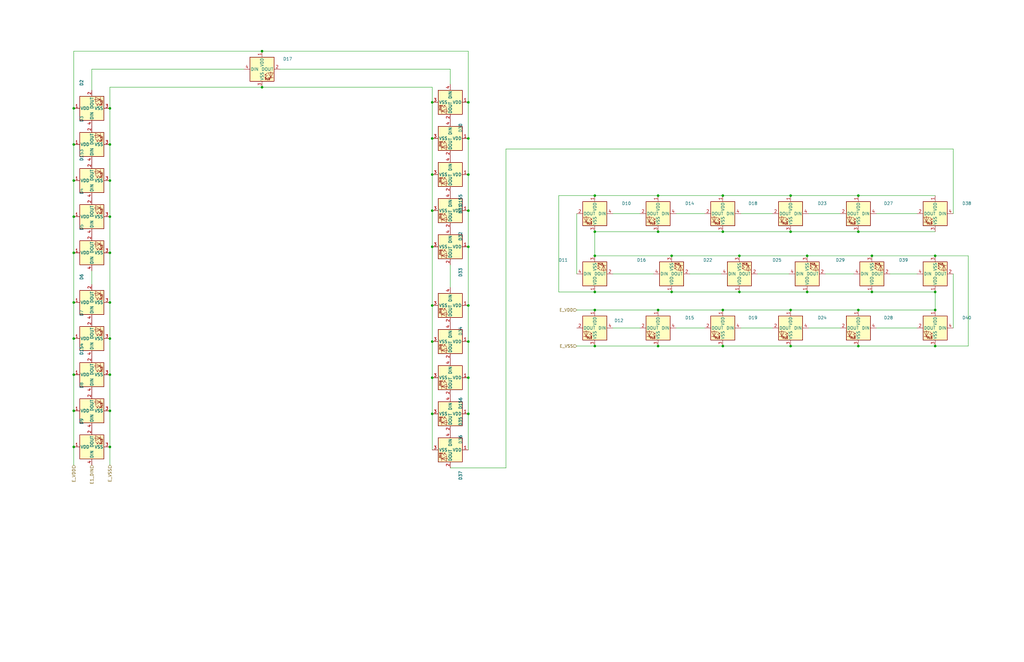
<source format=kicad_sch>
(kicad_sch (version 20211123) (generator eeschema)
  (paper "B")
  (lib_symbols
    (symbol "LED:WS2812B" (pin_names (offset 0.254))
      (property "Reference" "D" (at 5.08 5.715 0))
      (property "Value" "WS2812B" (at 1.27 -5.715 0))
      (symbol "WS2812B_0_0"
        (text "RGB" (at 2.286 -4.191 0) (effects (font (size 0.762 0.762))))
      )
      (symbol "WS2812B_0_1"
        (polyline (pts (xy 1.27 -3.556) (xy 1.778 -3.556)))
        (polyline (pts (xy 1.27 -2.54) (xy 1.778 -2.54)))
        (polyline (pts (xy 4.699 -3.556) (xy 2.667 -3.556)))
        (polyline (pts (xy 2.286 -2.54) (xy 1.27 -3.556) (xy 1.27 -3.048)))
        (polyline (pts (xy 2.286 -1.524) (xy 1.27 -2.54) (xy 1.27 -2.032)))
        (polyline (pts (xy 3.683 -1.016) (xy 3.683 -3.556) (xy 3.683 -4.064)))
        (polyline (pts (xy 4.699 -1.524) (xy 2.667 -1.524) (xy 3.683 -3.556) (xy 4.699 -1.524)))
        (rectangle (start 5.08 5.08) (end -5.08 -5.08) (stroke (width 0.254)) (fill (type background)))
      )
      (symbol "WS2812B_1_1"
        (pin power_in line (at 0 7.62 270) (length 2.54) (name "VDD") (number "1"))
        (pin output line (at 7.62 0 180) (length 2.54) (name "DOUT") (number "2"))
        (pin power_in line (at 0 -7.62 90) (length 2.54) (name "VSS") (number "3"))
        (pin input line (at -7.62 0 0) (length 2.54) (name "DIN") (number "4"))
      )
    )
  )
  (junction (at 31.115 158.115))
  (junction (at 31.115 188.595))
  (junction (at 304.8 97.79))
  (junction (at 304.8 82.55))
  (junction (at 197.485 88.9))
  (junction (at 182.245 144.145))
  (junction (at 394.335 107.95))
  (junction (at 361.95 146.05))
  (junction (at 250.825 82.55))
  (junction (at 182.245 58.42))
  (junction (at 304.8 146.05))
  (junction (at 110.49 36.83))
  (junction (at 182.245 159.385))
  (junction (at 283.21 123.19))
  (junction (at 31.115 60.96))
  (junction (at 31.115 91.44))
  (junction (at 250.825 107.95))
  (junction (at 367.665 123.19))
  (junction (at 46.355 91.44))
  (junction (at 197.485 144.145))
  (junction (at 31.115 142.875))
  (junction (at 182.245 88.9))
  (junction (at 361.95 82.55))
  (junction (at 182.245 43.18))
  (junction (at 46.355 158.115))
  (junction (at 197.485 43.18))
  (junction (at 277.495 146.05))
  (junction (at 182.245 174.625))
  (junction (at 197.485 159.385))
  (junction (at 394.335 130.81))
  (junction (at 31.115 173.355))
  (junction (at 31.115 127.635))
  (junction (at 394.335 146.05))
  (junction (at 197.485 58.42))
  (junction (at 250.825 146.05))
  (junction (at 333.375 146.05))
  (junction (at 182.245 73.66))
  (junction (at 46.355 76.2))
  (junction (at 31.115 45.72))
  (junction (at 250.825 123.19))
  (junction (at 31.115 106.68))
  (junction (at 182.245 128.905))
  (junction (at 361.95 97.79))
  (junction (at 367.665 107.95))
  (junction (at 31.115 76.2))
  (junction (at 311.785 107.95))
  (junction (at 277.495 130.81))
  (junction (at 333.375 97.79))
  (junction (at 110.49 21.59))
  (junction (at 304.8 130.81))
  (junction (at 250.825 97.79))
  (junction (at 394.335 123.19))
  (junction (at 277.495 97.79))
  (junction (at 46.355 106.68))
  (junction (at 197.485 174.625))
  (junction (at 340.36 123.19))
  (junction (at 46.355 188.595))
  (junction (at 340.36 107.95))
  (junction (at 197.485 128.905))
  (junction (at 197.485 104.14))
  (junction (at 283.21 107.95))
  (junction (at 46.355 127.635))
  (junction (at 311.785 123.19))
  (junction (at 182.245 104.14))
  (junction (at 197.485 73.66))
  (junction (at 46.355 173.355))
  (junction (at 250.825 130.81))
  (junction (at 333.375 130.81))
  (junction (at 361.95 130.81))
  (junction (at 46.355 60.96))
  (junction (at 46.355 45.72))
  (junction (at 333.375 82.55))
  (junction (at 277.495 82.55))
  (junction (at 46.355 142.875))
  (wire (pts (xy 361.95 82.55) (xy 333.375 82.55)))
  (wire (pts (xy 235.585 123.19) (xy 235.585 82.55)))
  (wire (pts (xy 31.115 106.68) (xy 31.115 127.635)))
  (wire (pts (xy 182.245 43.18) (xy 182.245 58.42)))
  (wire (pts (xy 304.8 97.79) (xy 277.495 97.79)))
  (wire (pts (xy 197.485 43.18) (xy 197.485 58.42)))
  (wire (pts (xy 46.355 36.83) (xy 110.49 36.83)))
  (wire (pts (xy 46.355 36.83) (xy 46.355 45.72)))
  (wire (pts (xy 401.955 115.57) (xy 401.955 138.43)))
  (wire (pts (xy 394.335 130.81) (xy 361.95 130.81)))
  (wire (pts (xy 46.355 106.68) (xy 46.355 127.635)))
  (wire (pts (xy 333.375 146.05) (xy 304.8 146.05)))
  (wire (pts (xy 250.825 107.95) (xy 283.21 107.95)))
  (wire (pts (xy 46.355 188.595) (xy 46.355 173.355)))
  (wire (pts (xy 297.18 138.43) (xy 285.115 138.43)))
  (wire (pts (xy 367.665 123.19) (xy 394.335 123.19)))
  (wire (pts (xy 197.485 159.385) (xy 197.485 174.625)))
  (wire (pts (xy 269.875 138.43) (xy 258.445 138.43)))
  (wire (pts (xy 367.665 107.95) (xy 394.335 107.95)))
  (wire (pts (xy 31.115 142.875) (xy 31.115 127.635)))
  (wire (pts (xy 277.495 146.05) (xy 250.825 146.05)))
  (wire (pts (xy 243.205 146.05) (xy 250.825 146.05)))
  (wire (pts (xy 297.18 90.17) (xy 285.115 90.17)))
  (wire (pts (xy 250.825 123.19) (xy 283.21 123.19)))
  (wire (pts (xy 46.355 76.2) (xy 46.355 91.44)))
  (wire (pts (xy 333.375 130.81) (xy 304.8 130.81)))
  (wire (pts (xy 197.485 73.66) (xy 197.485 88.9)))
  (wire (pts (xy 46.355 60.96) (xy 46.355 76.2)))
  (wire (pts (xy 333.375 82.55) (xy 304.8 82.55)))
  (wire (pts (xy 189.865 29.21) (xy 189.865 35.56)))
  (wire (pts (xy 401.955 62.865) (xy 401.955 90.17)))
  (wire (pts (xy 182.245 58.42) (xy 182.245 73.66)))
  (wire (pts (xy 304.8 82.55) (xy 277.495 82.55)))
  (wire (pts (xy 394.335 146.05) (xy 408.305 146.05)))
  (wire (pts (xy 182.245 36.83) (xy 182.245 43.18)))
  (wire (pts (xy 197.485 58.42) (xy 197.485 73.66)))
  (wire (pts (xy 46.355 158.115) (xy 46.355 173.355)))
  (wire (pts (xy 408.305 146.05) (xy 408.305 107.95)))
  (wire (pts (xy 354.33 90.17) (xy 340.995 90.17)))
  (wire (pts (xy 340.36 107.95) (xy 367.665 107.95)))
  (wire (pts (xy 197.485 88.9) (xy 197.485 104.14)))
  (wire (pts (xy 243.205 90.17) (xy 243.205 115.57)))
  (wire (pts (xy 361.95 97.79) (xy 333.375 97.79)))
  (wire (pts (xy 46.355 60.96) (xy 46.355 45.72)))
  (wire (pts (xy 31.115 142.875) (xy 31.115 158.115)))
  (wire (pts (xy 235.585 82.55) (xy 250.825 82.55)))
  (wire (pts (xy 31.115 60.96) (xy 31.115 76.2)))
  (wire (pts (xy 31.115 76.2) (xy 31.115 91.44)))
  (wire (pts (xy 304.8 130.81) (xy 277.495 130.81)))
  (wire (pts (xy 394.335 123.19) (xy 394.335 130.81)))
  (wire (pts (xy 277.495 97.79) (xy 250.825 97.79)))
  (wire (pts (xy 46.355 142.875) (xy 46.355 127.635)))
  (wire (pts (xy 197.485 104.14) (xy 197.485 128.905)))
  (wire (pts (xy 386.715 138.43) (xy 369.57 138.43)))
  (wire (pts (xy 118.11 29.21) (xy 189.865 29.21)))
  (wire (pts (xy 31.115 188.595) (xy 31.115 173.355)))
  (wire (pts (xy 269.875 90.17) (xy 258.445 90.17)))
  (wire (pts (xy 325.755 138.43) (xy 312.42 138.43)))
  (wire (pts (xy 386.715 90.17) (xy 369.57 90.17)))
  (wire (pts (xy 277.495 130.81) (xy 250.825 130.81)))
  (wire (pts (xy 311.785 123.19) (xy 340.36 123.19)))
  (wire (pts (xy 304.8 146.05) (xy 277.495 146.05)))
  (wire (pts (xy 46.355 188.595) (xy 46.355 196.215)))
  (wire (pts (xy 213.36 197.485) (xy 213.36 62.865)))
  (wire (pts (xy 197.485 128.905) (xy 197.485 144.145)))
  (wire (pts (xy 250.825 97.79) (xy 250.825 107.95)))
  (wire (pts (xy 182.245 104.14) (xy 182.245 128.905)))
  (wire (pts (xy 110.49 36.83) (xy 182.245 36.83)))
  (wire (pts (xy 182.245 144.145) (xy 182.245 159.385)))
  (wire (pts (xy 182.245 73.66) (xy 182.245 88.9)))
  (wire (pts (xy 189.865 197.485) (xy 213.36 197.485)))
  (wire (pts (xy 197.485 174.625) (xy 197.485 189.865)))
  (wire (pts (xy 394.335 97.79) (xy 361.95 97.79)))
  (wire (pts (xy 38.735 114.3) (xy 38.735 120.015)))
  (wire (pts (xy 197.485 43.18) (xy 197.485 21.59)))
  (wire (pts (xy 394.335 146.05) (xy 361.95 146.05)))
  (wire (pts (xy 182.245 174.625) (xy 182.245 189.865)))
  (wire (pts (xy 189.865 111.76) (xy 189.865 121.285)))
  (wire (pts (xy 347.98 115.57) (xy 360.045 115.57)))
  (wire (pts (xy 290.83 115.57) (xy 304.165 115.57)))
  (wire (pts (xy 354.33 138.43) (xy 340.995 138.43)))
  (wire (pts (xy 250.825 123.19) (xy 235.585 123.19)))
  (wire (pts (xy 283.21 107.95) (xy 311.785 107.95)))
  (wire (pts (xy 31.115 106.68) (xy 31.115 91.44)))
  (wire (pts (xy 213.36 62.865) (xy 401.955 62.865)))
  (wire (pts (xy 243.205 130.81) (xy 250.825 130.81)))
  (wire (pts (xy 333.375 97.79) (xy 304.8 97.79)))
  (wire (pts (xy 31.115 21.59) (xy 31.115 45.72)))
  (wire (pts (xy 408.305 107.95) (xy 394.335 107.95)))
  (wire (pts (xy 38.735 29.21) (xy 102.87 29.21)))
  (wire (pts (xy 110.49 21.59) (xy 197.485 21.59)))
  (wire (pts (xy 394.335 82.55) (xy 361.95 82.55)))
  (wire (pts (xy 375.285 115.57) (xy 386.715 115.57)))
  (wire (pts (xy 361.95 146.05) (xy 333.375 146.05)))
  (wire (pts (xy 31.115 188.595) (xy 31.115 196.215)))
  (wire (pts (xy 283.21 123.19) (xy 311.785 123.19)))
  (wire (pts (xy 258.445 115.57) (xy 275.59 115.57)))
  (wire (pts (xy 31.115 158.115) (xy 31.115 173.355)))
  (wire (pts (xy 182.245 159.385) (xy 182.245 174.625)))
  (wire (pts (xy 361.95 130.81) (xy 333.375 130.81)))
  (wire (pts (xy 340.36 123.19) (xy 367.665 123.19)))
  (wire (pts (xy 277.495 82.55) (xy 250.825 82.55)))
  (wire (pts (xy 197.485 144.145) (xy 197.485 159.385)))
  (wire (pts (xy 38.735 38.1) (xy 38.735 29.21)))
  (wire (pts (xy 319.405 115.57) (xy 332.74 115.57)))
  (wire (pts (xy 325.755 90.17) (xy 312.42 90.17)))
  (wire (pts (xy 31.115 60.96) (xy 31.115 45.72)))
  (wire (pts (xy 182.245 128.905) (xy 182.245 144.145)))
  (wire (pts (xy 182.245 88.9) (xy 182.245 104.14)))
  (wire (pts (xy 31.115 21.59) (xy 110.49 21.59)))
  (wire (pts (xy 311.785 107.95) (xy 340.36 107.95)))
  (wire (pts (xy 46.355 106.68) (xy 46.355 91.44)))
  (wire (pts (xy 46.355 142.875) (xy 46.355 158.115)))
  (hierarchical_label "E_VDD" (shape input) (at 243.205 130.81 180))
  (hierarchical_label "E_VDD" (shape input) (at 31.115 196.215 270))
  (hierarchical_label "E_VSS" (shape input) (at 46.355 196.215 270))
  (hierarchical_label "E1_DIN" (shape input) (at 38.735 196.215 270))
  (hierarchical_label "E_VSS" (shape input) (at 243.205 146.05 180))
  (symbol (lib_id "LED:WS2812B") (at 394.335 90.17 0) (mirror y) (unit 1)
    (property "Reference" "D38" (at 407.67 85.8393 0))
    (property "Datasheet" "https://cdn-shop.adafruit.com/datasheets/WS2812B.pdf" (effects hide))
    (property "Website" "https://www.lcsc.com/product-detail/RGB-LEDs-Built-in-IC_XINGLIGHT-XL-5050RGBC-WS2812B-S_C22461793.html" (effects hide))
    (property "Part Number" "XL-5050RGBC-WS2812B-S" (effects hide))
    (property "Vendor" "LCSC" (effects hide))
    (property "Price" ".0228" (effects hide))
    (property "Package" "SMD-4P, 5x5mm" (effects hide))
  )
  (symbol (lib_id "LED:WS2812B") (at 394.335 138.43 0) (mirror y) (unit 1)
    (property "Reference" "D40" (at 407.67 134.0993 0))
    (property "Datasheet" "https://cdn-shop.adafruit.com/datasheets/WS2812B.pdf" (effects hide))
    (property "Website" "https://www.lcsc.com/product-detail/RGB-LEDs-Built-in-IC_XINGLIGHT-XL-5050RGBC-WS2812B-S_C22461793.html" (effects hide))
    (property "Part Number" "XL-5050RGBC-WS2812B-S" (effects hide))
    (property "Vendor" "LCSC" (effects hide))
    (property "Price" ".0228" (effects hide))
    (property "Package" "SMD-4P, 5x5mm" (effects hide))
  )
  (symbol (lib_id "LED:WS2812B") (at 189.865 174.625 270) (unit 1)
    (property "Reference" "D36" (at 194.1957 185.42 0))
    (property "Datasheet" "https://cdn-shop.adafruit.com/datasheets/WS2812B.pdf" (effects hide))
    (property "Website" "https://www.lcsc.com/product-detail/RGB-LEDs-Built-in-IC_XINGLIGHT-XL-5050RGBC-WS2812B-S_C22461793.html" (effects hide))
    (property "Part Number" "XL-5050RGBC-WS2812B-S" (effects hide))
    (property "Vendor" "LCSC" (effects hide))
    (property "Price" ".0228" (effects hide))
    (property "Package" "SMD-4P, 5x5mm" (effects hide))
  )
  (symbol (lib_id "LED:WS2812B") (at 38.735 45.72 90) (unit 1)
    (property "Reference" "D2" (at 34.4043 34.925 0))
    (property "Datasheet" "https://cdn-shop.adafruit.com/datasheets/WS2812B.pdf" (effects hide))
    (property "Website" "https://www.lcsc.com/product-detail/RGB-LEDs-Built-in-IC_XINGLIGHT-XL-5050RGBC-WS2812B-S_C22461793.html" (effects hide))
    (property "Part Number" "XL-5050RGBC-WS2812B-S" (effects hide))
    (property "Vendor" "LCSC" (effects hide))
    (property "Price" ".0228" (effects hide))
    (property "Package" "SMD-4P, 5x5mm" (effects hide))
  )
  (symbol (lib_id "LED:WS2812B") (at 394.335 115.57 0) (mirror x) (unit 1)
    (property "Reference" "D39" (at 381 109.7405 0))
    (property "Datasheet" "https://cdn-shop.adafruit.com/datasheets/WS2812B.pdf" (effects hide))
    (property "Website" "https://www.lcsc.com/product-detail/RGB-LEDs-Built-in-IC_XINGLIGHT-XL-5050RGBC-WS2812B-S_C22461793.html" (effects hide))
    (property "Part Number" "XL-5050RGBC-WS2812B-S" (effects hide))
    (property "Vendor" "LCSC" (effects hide))
    (property "Price" ".0228" (effects hide))
    (property "Package" "SMD-4P, 5x5mm" (effects hide))
  )
  (symbol (lib_id "LED:WS2812B") (at 38.735 60.96 90) (unit 1)
    (property "Reference" "D3" (at 34.4043 50.165 0))
    (property "Datasheet" "https://cdn-shop.adafruit.com/datasheets/WS2812B.pdf" (effects hide))
    (property "Website" "https://www.lcsc.com/product-detail/RGB-LEDs-Built-in-IC_XINGLIGHT-XL-5050RGBC-WS2812B-S_C22461793.html" (effects hide))
    (property "Part Number" "XL-5050RGBC-WS2812B-S" (effects hide))
    (property "Vendor" "LCSC" (effects hide))
    (property "Price" ".0228" (effects hide))
    (property "Package" "SMD-4P, 5x5mm" (effects hide))
  )
  (symbol (lib_id "LED:WS2812B") (at 333.375 138.43 0) (mirror y) (unit 1)
    (property "Reference" "D24" (at 346.71 134.0993 0))
    (property "Datasheet" "https://cdn-shop.adafruit.com/datasheets/WS2812B.pdf" (effects hide))
    (property "Website" "https://www.lcsc.com/product-detail/RGB-LEDs-Built-in-IC_XINGLIGHT-XL-5050RGBC-WS2812B-S_C22461793.html" (effects hide))
    (property "Part Number" "XL-5050RGBC-WS2812B-S" (effects hide))
    (property "Vendor" "LCSC" (effects hide))
    (property "Price" ".0228" (effects hide))
    (property "Package" "SMD-4P, 5x5mm" (effects hide))
  )
  (symbol (lib_id "LED:WS2812B") (at 277.495 90.17 0) (mirror y) (unit 1)
    (property "Reference" "D14" (at 290.83 85.8393 0))
    (property "Datasheet" "https://cdn-shop.adafruit.com/datasheets/WS2812B.pdf" (effects hide))
    (property "Website" "https://www.lcsc.com/product-detail/RGB-LEDs-Built-in-IC_XINGLIGHT-XL-5050RGBC-WS2812B-S_C22461793.html" (effects hide))
    (property "Part Number" "XL-5050RGBC-WS2812B-S" (effects hide))
    (property "Vendor" "LCSC" (effects hide))
    (property "Price" ".0228" (effects hide))
    (property "Package" "SMD-4P, 5x5mm" (effects hide))
  )
  (symbol (lib_id "LED:WS2812B") (at 38.735 173.355 90) (unit 1)
    (property "Reference" "D8" (at 34.4043 162.56 0))
    (property "Datasheet" "https://cdn-shop.adafruit.com/datasheets/WS2812B.pdf" (effects hide))
    (property "Website" "https://www.lcsc.com/product-detail/RGB-LEDs-Built-in-IC_XINGLIGHT-XL-5050RGBC-WS2812B-S_C22461793.html" (effects hide))
    (property "Part Number" "XL-5050RGBC-WS2812B-S" (effects hide))
    (property "Vendor" "LCSC" (effects hide))
    (property "Price" ".0228" (effects hide))
    (property "Package" "SMD-4P, 5x5mm" (effects hide))
  )
  (symbol (lib_id "LED:WS2812B") (at 38.735 142.875 90) (unit 1)
    (property "Reference" "D7" (at 34.4043 132.08 0))
    (property "Datasheet" "https://cdn-shop.adafruit.com/datasheets/WS2812B.pdf" (effects hide))
    (property "Website" "https://www.lcsc.com/product-detail/RGB-LEDs-Built-in-IC_XINGLIGHT-XL-5050RGBC-WS2812B-S_C22461793.html" (effects hide))
    (property "Part Number" "XL-5050RGBC-WS2812B-S" (effects hide))
    (property "Vendor" "LCSC" (effects hide))
    (property "Price" ".0228" (effects hide))
    (property "Package" "SMD-4P, 5x5mm" (effects hide))
  )
  (symbol (lib_id "LED:WS2812B") (at 311.785 115.57 0) (mirror x) (unit 1)
    (property "Reference" "D22" (at 298.45 109.7405 0))
    (property "Datasheet" "https://cdn-shop.adafruit.com/datasheets/WS2812B.pdf" (effects hide))
    (property "Website" "https://www.lcsc.com/product-detail/RGB-LEDs-Built-in-IC_XINGLIGHT-XL-5050RGBC-WS2812B-S_C22461793.html" (effects hide))
    (property "Part Number" "XL-5050RGBC-WS2812B-S" (effects hide))
    (property "Vendor" "LCSC" (effects hide))
    (property "Price" ".0228" (effects hide))
    (property "Package" "SMD-4P, 5x5mm" (effects hide))
  )
  (symbol (lib_id "LED:WS2812B") (at 189.865 144.145 270) (unit 1)
    (property "Reference" "D35" (at 194.1957 177.8 0))
    (property "Datasheet" "https://cdn-shop.adafruit.com/datasheets/WS2812B.pdf" (effects hide))
    (property "Website" "https://www.lcsc.com/product-detail/RGB-LEDs-Built-in-IC_XINGLIGHT-XL-5050RGBC-WS2812B-S_C22461793.html" (effects hide))
    (property "Part Number" "XL-5050RGBC-WS2812B-S" (effects hide))
    (property "Vendor" "LCSC" (effects hide))
    (property "Price" ".0228" (effects hide))
    (property "Package" "SMD-4P, 5x5mm" (effects hide))
  )
  (symbol (lib_id "LED:WS2812B") (at 38.735 106.68 90) (unit 1)
    (property "Reference" "D5" (at 34.4043 95.885 0))
    (property "Datasheet" "https://cdn-shop.adafruit.com/datasheets/WS2812B.pdf" (effects hide))
    (property "Website" "https://www.lcsc.com/product-detail/RGB-LEDs-Built-in-IC_XINGLIGHT-XL-5050RGBC-WS2812B-S_C22461793.html" (effects hide))
    (property "Part Number" "XL-5050RGBC-WS2812B-S" (effects hide))
    (property "Vendor" "LCSC" (effects hide))
    (property "Price" ".0228" (effects hide))
    (property "Package" "SMD-4P, 5x5mm" (effects hide))
  )
  (symbol (lib_id "LED:WS2812B") (at 189.865 73.66 270) (unit 1)
    (property "Reference" "D155" (at 194.1957 84.455 0))
    (property "Datasheet" "https://cdn-shop.adafruit.com/datasheets/WS2812B.pdf" (effects hide))
    (property "Website" "https://www.lcsc.com/product-detail/RGB-LEDs-Built-in-IC_XINGLIGHT-XL-5050RGBC-WS2812B-S_C22461793.html" (effects hide))
    (property "Part Number" "XL-5050RGBC-WS2812B-S" (effects hide))
    (property "Vendor" "LCSC" (effects hide))
    (property "Price" ".0228" (effects hide))
    (property "Package" "SMD-4P, 5x5mm" (effects hide))
  )
  (symbol (lib_id "LED:WS2812B") (at 38.735 127.635 90) (unit 1)
    (property "Reference" "D6" (at 34.4043 116.84 0))
    (property "Datasheet" "https://cdn-shop.adafruit.com/datasheets/WS2812B.pdf" (effects hide))
    (property "Website" "https://www.lcsc.com/product-detail/RGB-LEDs-Built-in-IC_XINGLIGHT-XL-5050RGBC-WS2812B-S_C22461793.html" (effects hide))
    (property "Part Number" "XL-5050RGBC-WS2812B-S" (effects hide))
    (property "Vendor" "LCSC" (effects hide))
    (property "Price" ".0228" (effects hide))
    (property "Package" "SMD-4P, 5x5mm" (effects hide))
  )
  (symbol (lib_id "LED:WS2812B") (at 189.865 88.9 270) (unit 1)
    (property "Reference" "D32" (at 194.1957 99.695 0))
    (property "Datasheet" "https://cdn-shop.adafruit.com/datasheets/WS2812B.pdf" (effects hide))
    (property "Website" "https://www.lcsc.com/product-detail/RGB-LEDs-Built-in-IC_XINGLIGHT-XL-5050RGBC-WS2812B-S_C22461793.html" (effects hide))
    (property "Part Number" "XL-5050RGBC-WS2812B-S" (effects hide))
    (property "Vendor" "LCSC" (effects hide))
    (property "Price" ".0228" (effects hide))
    (property "Package" "SMD-4P, 5x5mm" (effects hide))
  )
  (symbol (lib_id "LED:WS2812B") (at 250.825 90.17 0) (mirror y) (unit 1)
    (property "Reference" "D10" (at 264.16 85.8393 0))
    (property "Datasheet" "https://cdn-shop.adafruit.com/datasheets/WS2812B.pdf" (effects hide))
    (property "Website" "https://www.lcsc.com/product-detail/RGB-LEDs-Built-in-IC_XINGLIGHT-XL-5050RGBC-WS2812B-S_C22461793.html" (effects hide))
    (property "Part Number" "XL-5050RGBC-WS2812B-S" (effects hide))
    (property "Vendor" "LCSC" (effects hide))
    (property "Price" ".0228" (effects hide))
    (property "Package" "SMD-4P, 5x5mm" (effects hide))
  )
  (symbol (lib_id "LED:WS2812B") (at 189.865 104.14 270) (unit 1)
    (property "Reference" "D33" (at 194.1957 114.935 0))
    (property "Datasheet" "https://cdn-shop.adafruit.com/datasheets/WS2812B.pdf" (effects hide))
    (property "Website" "https://www.lcsc.com/product-detail/RGB-LEDs-Built-in-IC_XINGLIGHT-XL-5050RGBC-WS2812B-S_C22461793.html" (effects hide))
    (property "Part Number" "XL-5050RGBC-WS2812B-S" (effects hide))
    (property "Vendor" "LCSC" (effects hide))
    (property "Price" ".0228" (effects hide))
    (property "Package" "SMD-4P, 5x5mm" (effects hide))
  )
  (symbol (lib_id "LED:WS2812B") (at 38.735 158.115 90) (unit 1)
    (property "Reference" "D154" (at 34.4043 147.32 0))
    (property "Datasheet" "https://cdn-shop.adafruit.com/datasheets/WS2812B.pdf" (effects hide))
    (property "Website" "https://www.lcsc.com/product-detail/RGB-LEDs-Built-in-IC_XINGLIGHT-XL-5050RGBC-WS2812B-S_C22461793.html" (effects hide))
    (property "Part Number" "XL-5050RGBC-WS2812B-S" (effects hide))
    (property "Vendor" "LCSC" (effects hide))
    (property "Price" ".0228" (effects hide))
    (property "Package" "SMD-4P, 5x5mm" (effects hide))
  )
  (symbol (lib_id "LED:WS2812B") (at 38.735 188.595 90) (unit 1)
    (property "Reference" "D9" (at 34.4043 177.8 0))
    (property "Datasheet" "https://cdn-shop.adafruit.com/datasheets/WS2812B.pdf" (effects hide))
    (property "Website" "https://www.lcsc.com/product-detail/RGB-LEDs-Built-in-IC_XINGLIGHT-XL-5050RGBC-WS2812B-S_C22461793.html" (effects hide))
    (property "Part Number" "XL-5050RGBC-WS2812B-S" (effects hide))
    (property "Vendor" "LCSC" (effects hide))
    (property "Price" ".0228" (effects hide))
    (property "Package" "SMD-4P, 5x5mm" (effects hide))
  )
  (symbol (lib_id "LED:WS2812B") (at 304.8 90.17 0) (mirror y) (unit 1)
    (property "Reference" "D18" (at 317.5 85.8393 0))
    (property "Datasheet" "https://cdn-shop.adafruit.com/datasheets/WS2812B.pdf" (effects hide))
    (property "Website" "https://www.lcsc.com/product-detail/RGB-LEDs-Built-in-IC_XINGLIGHT-XL-5050RGBC-WS2812B-S_C22461793.html" (effects hide))
    (property "Part Number" "XL-5050RGBC-WS2812B-S" (effects hide))
    (property "Vendor" "LCSC" (effects hide))
    (property "Price" ".0228" (effects hide))
    (property "Package" "SMD-4P, 5x5mm" (effects hide))
  )
  (symbol (lib_id "LED:WS2812B") (at 283.21 115.57 0) (mirror x) (unit 1)
    (property "Reference" "D16" (at 270.51 109.7405 0))
    (property "Datasheet" "https://cdn-shop.adafruit.com/datasheets/WS2812B.pdf" (effects hide))
    (property "Website" "https://www.lcsc.com/product-detail/RGB-LEDs-Built-in-IC_XINGLIGHT-XL-5050RGBC-WS2812B-S_C22461793.html" (effects hide))
    (property "Part Number" "XL-5050RGBC-WS2812B-S" (effects hide))
    (property "Vendor" "LCSC" (effects hide))
    (property "Price" ".0228" (effects hide))
    (property "Package" "SMD-4P, 5x5mm" (effects hide))
  )
  (symbol (lib_id "LED:WS2812B") (at 250.825 138.43 0) (mirror y) (unit 1)
    (property "Reference" "D12" (at 260.985 135.255 0))
    (property "Datasheet" "https://cdn-shop.adafruit.com/datasheets/WS2812B.pdf" (effects hide))
    (property "Website" "https://www.lcsc.com/product-detail/RGB-LEDs-Built-in-IC_XINGLIGHT-XL-5050RGBC-WS2812B-S_C22461793.html" (effects hide))
    (property "Part Number" "XL-5050RGBC-WS2812B-S" (effects hide))
    (property "Vendor" "LCSC" (effects hide))
    (property "Price" ".0228" (effects hide))
    (property "Package" "SMD-4P, 5x5mm" (effects hide))
  )
  (symbol (lib_id "LED:WS2812B") (at 110.49 29.21 0) (unit 1)
    (property "Reference" "D17" (at 121.285 24.8793 0))
    (property "Datasheet" "https://cdn-shop.adafruit.com/datasheets/WS2812B.pdf" (effects hide))
    (property "Website" "https://www.lcsc.com/product-detail/RGB-LEDs-Built-in-IC_XINGLIGHT-XL-5050RGBC-WS2812B-S_C22461793.html" (effects hide))
    (property "Part Number" "XL-5050RGBC-WS2812B-S" (effects hide))
    (property "Vendor" "LCSC" (effects hide))
    (property "Price" ".0228" (effects hide))
    (property "Package" "SMD-4P, 5x5mm" (effects hide))
  )
  (symbol (lib_id "LED:WS2812B") (at 277.495 138.43 0) (mirror y) (unit 1)
    (property "Reference" "D15" (at 290.83 134.0993 0))
    (property "Datasheet" "https://cdn-shop.adafruit.com/datasheets/WS2812B.pdf" (effects hide))
    (property "Website" "https://www.lcsc.com/product-detail/RGB-LEDs-Built-in-IC_XINGLIGHT-XL-5050RGBC-WS2812B-S_C22461793.html" (effects hide))
    (property "Part Number" "XL-5050RGBC-WS2812B-S" (effects hide))
    (property "Vendor" "LCSC" (effects hide))
    (property "Price" ".0228" (effects hide))
    (property "Package" "SMD-4P, 5x5mm" (effects hide))
  )
  (symbol (lib_id "LED:WS2812B") (at 189.865 58.42 270) (unit 1)
    (property "Reference" "D31" (at 194.1957 88.265 0))
    (property "Datasheet" "https://cdn-shop.adafruit.com/datasheets/WS2812B.pdf" (effects hide))
    (property "Website" "https://www.lcsc.com/product-detail/RGB-LEDs-Built-in-IC_XINGLIGHT-XL-5050RGBC-WS2812B-S_C22461793.html" (effects hide))
    (property "Part Number" "XL-5050RGBC-WS2812B-S" (effects hide))
    (property "Vendor" "LCSC" (effects hide))
    (property "Price" ".0228" (effects hide))
    (property "Package" "SMD-4P, 5x5mm" (effects hide))
  )
  (symbol (lib_id "LED:WS2812B") (at 333.375 90.17 0) (mirror y) (unit 1)
    (property "Reference" "D23" (at 346.71 85.8393 0))
    (property "Datasheet" "https://cdn-shop.adafruit.com/datasheets/WS2812B.pdf" (effects hide))
    (property "Website" "https://www.lcsc.com/product-detail/RGB-LEDs-Built-in-IC_XINGLIGHT-XL-5050RGBC-WS2812B-S_C22461793.html" (effects hide))
    (property "Part Number" "XL-5050RGBC-WS2812B-S" (effects hide))
    (property "Vendor" "LCSC" (effects hide))
    (property "Price" ".0228" (effects hide))
    (property "Package" "SMD-4P, 5x5mm" (effects hide))
  )
  (symbol (lib_id "LED:WS2812B") (at 250.825 115.57 0) (mirror x) (unit 1)
    (property "Reference" "D11" (at 237.49 109.7405 0))
    (property "Datasheet" "https://cdn-shop.adafruit.com/datasheets/WS2812B.pdf" (effects hide))
    (property "Website" "https://www.lcsc.com/product-detail/RGB-LEDs-Built-in-IC_XINGLIGHT-XL-5050RGBC-WS2812B-S_C22461793.html" (effects hide))
    (property "Part Number" "XL-5050RGBC-WS2812B-S" (effects hide))
    (property "Vendor" "LCSC" (effects hide))
    (property "Price" ".0228" (effects hide))
    (property "Package" "SMD-4P, 5x5mm" (effects hide))
  )
  (symbol (lib_id "LED:WS2812B") (at 367.665 115.57 0) (mirror x) (unit 1)
    (property "Reference" "D29" (at 354.33 109.7405 0))
    (property "Datasheet" "https://cdn-shop.adafruit.com/datasheets/WS2812B.pdf" (effects hide))
    (property "Website" "https://www.lcsc.com/product-detail/RGB-LEDs-Built-in-IC_XINGLIGHT-XL-5050RGBC-WS2812B-S_C22461793.html" (effects hide))
    (property "Part Number" "XL-5050RGBC-WS2812B-S" (effects hide))
    (property "Vendor" "LCSC" (effects hide))
    (property "Price" ".0228" (effects hide))
    (property "Package" "SMD-4P, 5x5mm" (effects hide))
  )
  (symbol (lib_id "LED:WS2812B") (at 189.865 128.905 270) (unit 1)
    (property "Reference" "D34" (at 194.1957 139.7 0))
    (property "Datasheet" "https://cdn-shop.adafruit.com/datasheets/WS2812B.pdf" (effects hide))
    (property "Website" "https://www.lcsc.com/product-detail/RGB-LEDs-Built-in-IC_XINGLIGHT-XL-5050RGBC-WS2812B-S_C22461793.html" (effects hide))
    (property "Part Number" "XL-5050RGBC-WS2812B-S" (effects hide))
    (property "Vendor" "LCSC" (effects hide))
    (property "Price" ".0228" (effects hide))
    (property "Package" "SMD-4P, 5x5mm" (effects hide))
  )
  (symbol (lib_id "LED:WS2812B") (at 38.735 76.2 90) (unit 1)
    (property "Reference" "D153" (at 34.4043 65.405 0))
    (property "Datasheet" "https://cdn-shop.adafruit.com/datasheets/WS2812B.pdf" (effects hide))
    (property "Website" "https://www.lcsc.com/product-detail/RGB-LEDs-Built-in-IC_XINGLIGHT-XL-5050RGBC-WS2812B-S_C22461793.html" (effects hide))
    (property "Part Number" "XL-5050RGBC-WS2812B-S" (effects hide))
    (property "Vendor" "LCSC" (effects hide))
    (property "Price" ".0228" (effects hide))
    (property "Package" "SMD-4P, 5x5mm" (effects hide))
  )
  (symbol (lib_id "LED:WS2812B") (at 361.95 90.17 0) (mirror y) (unit 1)
    (property "Reference" "D27" (at 374.65 85.8393 0))
    (property "Datasheet" "https://cdn-shop.adafruit.com/datasheets/WS2812B.pdf" (effects hide))
    (property "Website" "https://www.lcsc.com/product-detail/RGB-LEDs-Built-in-IC_XINGLIGHT-XL-5050RGBC-WS2812B-S_C22461793.html" (effects hide))
    (property "Part Number" "XL-5050RGBC-WS2812B-S" (effects hide))
    (property "Vendor" "LCSC" (effects hide))
    (property "Price" ".0228" (effects hide))
    (property "Package" "SMD-4P, 5x5mm" (effects hide))
  )
  (symbol (lib_id "LED:WS2812B") (at 189.865 159.385 270) (unit 1)
    (property "Reference" "D156" (at 194.1957 170.18 0))
    (property "Datasheet" "https://cdn-shop.adafruit.com/datasheets/WS2812B.pdf" (effects hide))
    (property "Website" "https://www.lcsc.com/product-detail/RGB-LEDs-Built-in-IC_XINGLIGHT-XL-5050RGBC-WS2812B-S_C22461793.html" (effects hide))
    (property "Part Number" "XL-5050RGBC-WS2812B-S" (effects hide))
    (property "Vendor" "LCSC" (effects hide))
    (property "Price" ".0228" (effects hide))
    (property "Package" "SMD-4P, 5x5mm" (effects hide))
  )
  (symbol (lib_id "LED:WS2812B") (at 189.865 189.865 270) (unit 1)
    (property "Reference" "D37" (at 194.1957 200.66 0))
    (property "Datasheet" "https://cdn-shop.adafruit.com/datasheets/WS2812B.pdf" (effects hide))
    (property "Website" "https://www.lcsc.com/product-detail/RGB-LEDs-Built-in-IC_XINGLIGHT-XL-5050RGBC-WS2812B-S_C22461793.html" (effects hide))
    (property "Part Number" "XL-5050RGBC-WS2812B-S" (effects hide))
    (property "Vendor" "LCSC" (effects hide))
    (property "Price" ".0228" (effects hide))
    (property "Package" "SMD-4P, 5x5mm" (effects hide))
  )
  (symbol (lib_id "LED:WS2812B") (at 304.8 138.43 0) (mirror y) (unit 1)
    (property "Reference" "D19" (at 317.5 134.0993 0))
    (property "Datasheet" "https://cdn-shop.adafruit.com/datasheets/WS2812B.pdf" (effects hide))
    (property "Website" "https://www.lcsc.com/product-detail/RGB-LEDs-Built-in-IC_XINGLIGHT-XL-5050RGBC-WS2812B-S_C22461793.html" (effects hide))
    (property "Part Number" "XL-5050RGBC-WS2812B-S" (effects hide))
    (property "Vendor" "LCSC" (effects hide))
    (property "Price" ".0228" (effects hide))
    (property "Package" "SMD-4P, 5x5mm" (effects hide))
  )
  (symbol (lib_id "LED:WS2812B") (at 189.865 43.18 270) (unit 1)
    (property "Reference" "D30" (at 194.1957 53.975 0))
    (property "Datasheet" "https://cdn-shop.adafruit.com/datasheets/WS2812B.pdf" (effects hide))
    (property "Website" "https://www.lcsc.com/product-detail/RGB-LEDs-Built-in-IC_XINGLIGHT-XL-5050RGBC-WS2812B-S_C22461793.html" (effects hide))
    (property "Part Number" "XL-5050RGBC-WS2812B-S" (effects hide))
    (property "Vendor" "LCSC" (effects hide))
    (property "Price" ".0228" (effects hide))
    (property "Package" "SMD-4P, 5x5mm" (effects hide))
  )
  (symbol (lib_id "LED:WS2812B") (at 361.95 138.43 0) (mirror y) (unit 1)
    (property "Reference" "D28" (at 374.65 134.0993 0))
    (property "Datasheet" "https://cdn-shop.adafruit.com/datasheets/WS2812B.pdf" (effects hide))
    (property "Website" "https://www.lcsc.com/product-detail/RGB-LEDs-Built-in-IC_XINGLIGHT-XL-5050RGBC-WS2812B-S_C22461793.html" (effects hide))
    (property "Part Number" "XL-5050RGBC-WS2812B-S" (effects hide))
    (property "Vendor" "LCSC" (effects hide))
    (property "Price" ".0228" (effects hide))
    (property "Package" "SMD-4P, 5x5mm" (effects hide))
  )
  (symbol (lib_id "LED:WS2812B") (at 38.735 91.44 90) (unit 1)
    (property "Reference" "D4" (at 34.4043 80.645 0))
    (property "Datasheet" "https://cdn-shop.adafruit.com/datasheets/WS2812B.pdf" (effects hide))
    (property "Website" "https://www.lcsc.com/product-detail/RGB-LEDs-Built-in-IC_XINGLIGHT-XL-5050RGBC-WS2812B-S_C22461793.html" (effects hide))
    (property "Part Number" "XL-5050RGBC-WS2812B-S" (effects hide))
    (property "Vendor" "LCSC" (effects hide))
    (property "Price" ".0228" (effects hide))
    (property "Package" "SMD-4P, 5x5mm" (effects hide))
  )
  (symbol (lib_id "LED:WS2812B") (at 340.36 115.57 0) (mirror x) (unit 1)
    (property "Reference" "D25" (at 327.66 109.7405 0))
    (property "Datasheet" "https://cdn-shop.adafruit.com/datasheets/WS2812B.pdf" (effects hide))
    (property "Website" "https://www.lcsc.com/product-detail/RGB-LEDs-Built-in-IC_XINGLIGHT-XL-5050RGBC-WS2812B-S_C22461793.html" (effects hide))
    (property "Part Number" "XL-5050RGBC-WS2812B-S" (effects hide))
    (property "Vendor" "LCSC" (effects hide))
    (property "Price" ".0228" (effects hide))
    (property "Package" "SMD-4P, 5x5mm" (effects hide))
  )
)
</source>
